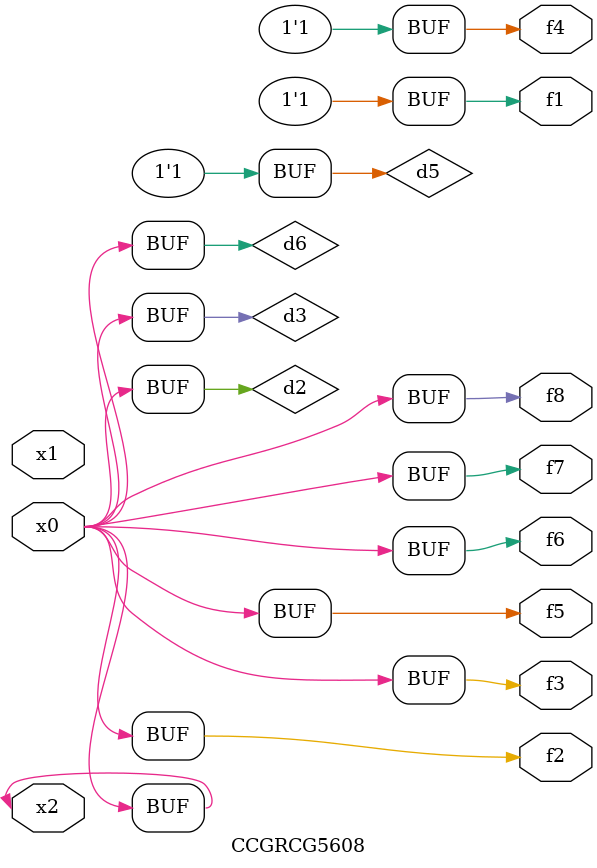
<source format=v>
module CCGRCG5608(
	input x0, x1, x2,
	output f1, f2, f3, f4, f5, f6, f7, f8
);

	wire d1, d2, d3, d4, d5, d6;

	xnor (d1, x2);
	buf (d2, x0, x2);
	and (d3, x0);
	xnor (d4, x1, x2);
	nand (d5, d1, d3);
	buf (d6, d2, d3);
	assign f1 = d5;
	assign f2 = d6;
	assign f3 = d6;
	assign f4 = d5;
	assign f5 = d6;
	assign f6 = d6;
	assign f7 = d6;
	assign f8 = d6;
endmodule

</source>
